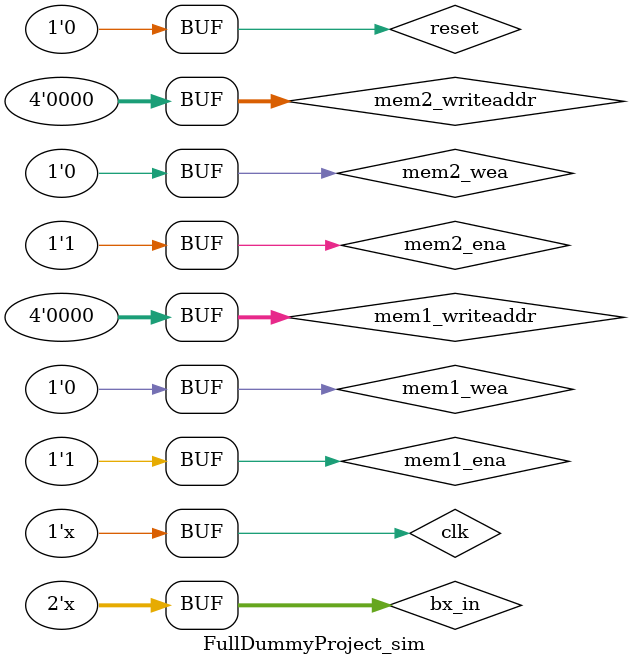
<source format=v>
`timescale 1ns / 1ps


module FullDummyProject_sim();

reg clk;
reg reset;

// Initialize
initial begin
  reset = 1'b1;
  clk   = 1'b1;
//  #100; // wait 100ns for global reset to finish
end

// Reset
initial begin
//  #230
//  reset = 1'b1;
  #155
  reset = 1'b0;
end

// Enable processing
reg en_proc = 1'b0;
always @(posedge clk) begin
  if (reset) en_proc = 1'b0;
  else       en_proc = 1'b1;
end

// Stimulus
always begin
  #2.5 clk = ~clk; // 200 MHz clock
end

// BX
//reg new_BX;
//initial begin
//  #240
//  new_BX = 1'b0;
//end
//always begin
//    #75 new_BX = ~new_BX;
//    #5 new_BX = ~new_BX;
//end
reg [1:0] bx_in;
initial bx_in = 2'b00;
always begin
  #80 bx_in <= bx_in + 1'b1; // bx driver
end
//initial begin
//  #150
//  bx_in = 2'b00;
//end
//always @ (posedge clk) begin
//    if (new_BX) begin
//        bx_in <= bx_in + 1'b1;
//    end
//end
wire bx_out;

// mem1_BRAM signals
reg[31:0] mem1_din;
wire[31:0] mem1_dout;
wire[3:0] mem1_readaddr;
reg[3:0] mem1_writeaddr;
reg mem1_ena;
reg mem1_wea;
wire mem1_enb;
wire[4:0] mem1_nent;
wire[4:0] mem2_nent;
wire[1:0] mem1_pagea;
wire[2:0] mem1_pageb;
wire[1:0] mem2_pagea;
wire[1:0] mem2_pageb;

initial begin
  mem1_writeaddr = 0;
  mem1_ena = 1'b1;
  mem1_wea = 1'b0;
end

// mem2_BRAM signals
reg[31:0] mem2_din;
wire[31:0] mem2_dout;
wire[3:0] mem2_readaddr;
reg[3:0] mem2_writeaddr;
reg mem2_ena;
reg mem2_wea;
wire mem2_enb;

initial begin
  mem2_writeaddr = 0;
  mem2_ena = 1'b1;
  mem2_wea = 1'b0;
end

//memout_BRAM signals
wire[31:0] memout_din;
wire[31:0] memout_dout;
wire[3:0] memout_readaddr;
wire[3:0] memout_writeaddr;
wire[1:0] memout_page;
wire[4:0] memout_nent;
wire memout_ena;
wire memout_wea;
wire memout_enb;

// Instantiate all BRAMs
Memory #(
    .RAM_WIDTH(32),
    .RAM_DEPTH(16),
    .PAGES(2),
    .RAM_PERFORMANCE("HIGH_PERFORMANCE"),
    .HEX(0),
    .INIT_FILE("fives.dat")
    ) mem1_BRAM (
    .clka(clk),
    .addra(mem1_writeaddr),
    .dina(mem1_din),
    .wea(mem1_wea),
    .clkb(clk),
    .pagea(mem1_pagea),
    .pageb(bx_in),
    .addrb(mem1_readaddr),
    .doutb(mem1_dout),
    .regceb(1'b1),
    .nent_i('d16),
    .nent_0(mem1_nent),
    .enb(mem1_enb)
);
//blk_mem_gen_mem1 mem1_BRAM (
//  .clka(clk),
//  .addra(mem1_writeaddr),
//  .dina(mem1_din),
//  .ena(mem1_ena),
//  .wea(mem1_wea),
//  .clkb(clk),
//  .addrb(mem1_readaddr),
//  .doutb(mem1_dout),
//  .enb(mem1_enb)
//);

//blk_mem_gen_mem2 mem2_BRAM (
//  .clka(clk),
//  .addra(mem2_writeaddr),
//  .dina(mem2_din),
//  .ena(mem2_ena),
//  .wea(mem2_wea),
//  .clkb(clk),
//  .addrb(mem2_readaddr),
//  .doutb(mem2_dout),
//  .enb(mem2_enb)
//);

Memory #(
    .RAM_WIDTH(32),
    .RAM_DEPTH(16),
    .PAGES(2),
    .RAM_PERFORMANCE("HIGH_PERFORMANCE"),
    .HEX(0),
    .INIT_FILE("sevens.dat")
    ) mem2_BRAM (
    .clka(clk),
    .addra(mem2_writeaddr),
    .dina(mem2_din),
    .wea(mem2_wea),
    .clkb(clk),
    .pagea(mem2_pagea),
    .pageb(bx_in),
    .addrb(mem2_readaddr),
    .doutb(mem2_dout),
    .regceb(1'b1),
    .nent_i('d16),
    .nent_0(mem2_nent),
    .enb(mem2_enb)
);

Memory #(
    .RAM_WIDTH(32),
    .RAM_DEPTH(16),
    .PAGES(2),
    .RAM_PERFORMANCE("HIGH_PERFORMANCE"),
    .HEX(0),
    .INIT_FILE("")
    ) memout_BRAM (
    .clka(clk),
    .addra(memout_writeaddr),
    .dina(memout_din),
    .wea(memout_wea),
    .clkb(clk),
    .addrb(memout_readaddr),
    .doutb(memout_dout),
    .regceb(1'b1),
    .enb(memout_enb)
);

//blk_mem_gen_2page memout_BRAM (
//  .clka(clk),
//  .addra(memout_writeaddr),
//  .dina(memout_din),
//  .ena(memout_ena),
//  .wea(memout_wea),
//  .clkb(clk),
//  .addrb(memout_readaddr),
//  .doutb(memout_dout),
//  .enb(memout_enb)
//);

// Instantiate FullDummyProject_top
FullDummyProject_top doFull (
  .clk(clk),
  .reset(reset),
  .mem1_enb(mem1_enb),
  .mem2_enb(mem2_enb),
  .en_proc(en_proc),
  .bx_in(bx_in),
  .bx_out(bx_out),
  .mem1_readaddr(mem1_readaddr),
  .mem1_pagea(mem1_pagea),
  .mem1_pageb(mem1_pageb),
  .mem1_nent(mem1_nent),
  .mem1_dout(mem1_dout),
  .mem2_readaddr(mem2_readaddr),
  .mem2_pagea(mem2_pagea),
  .mem2_pageb(mem2_pageb),
  .mem2_nent(mem1_nent),
  .mem2_dout(mem2_dout),
  .memout_ena(memout_ena),
  .memout_wea(memout_wea),
  .memout_writeaddr(memout_writeaddr),
  .memout_pagea(memout_page),
  .memout_nent(memout_nent),
  .memout_din(memout_din)
);

endmodule

</source>
